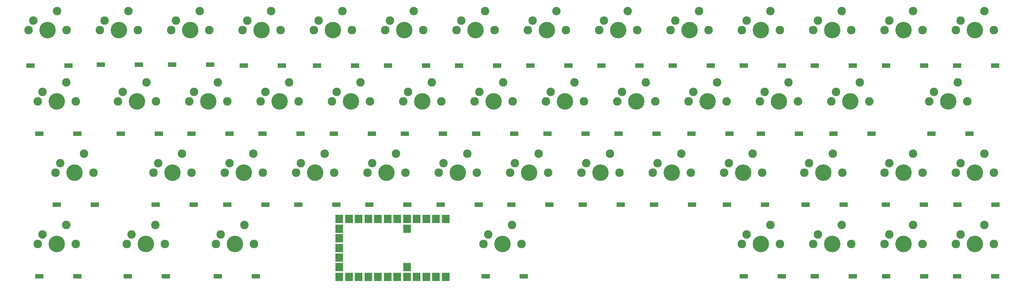
<source format=gts>
G04 ---------------------------- Layer name :TOP SOLDER LAYER*
G04 easyEDA 0.1*
G04 Scale: 100 percent, Rotated: No, Reflected: No *
G04 Dimensions in inches *
G04 leading zeros omitted , absolute positions ,2 integer and 4 * 
%FSLAX24Y24*%
%MOIN*%
G90*
G70D02*

%ADD12R,0.088900X0.050700*%
%ADD13R,0.079200X0.089400*%
%ADD14C,0.173000*%
%ADD16C,0.089000*%
%ADD18C,0.090000*%

%LPD*%
%LNVIA PAD TRACK COPPERAREA*%
G54D12*
G01X5937Y55120D03*
G01X1937Y55120D03*
G01X6881Y47954D03*
G01X2881Y47954D03*
G01X8693Y40474D03*
G01X4693Y40474D03*
G01X6881Y32954D03*
G01X2881Y32954D03*
G01X13346Y55198D03*
G01X9345Y55198D03*
G01X20827Y55199D03*
G01X16827Y55199D03*
G01X28377Y55120D03*
G01X24377Y55120D03*
G01X36054Y55120D03*
G01X32054Y55120D03*
G01X43536Y55120D03*
G01X39536Y55120D03*
G01X51016Y55120D03*
G01X47016Y55120D03*
G01X58496Y55120D03*
G01X54496Y55120D03*
G01X65976Y55120D03*
G01X61976Y55120D03*
G01X73457Y55120D03*
G01X69457Y55120D03*
G01X80936Y55120D03*
G01X76936Y55120D03*
G01X88418Y55120D03*
G01X84418Y55120D03*
G01X95898Y55120D03*
G01X91898Y55120D03*
G01X103378Y55120D03*
G01X99378Y55120D03*
G01X15425Y47954D03*
G01X11425Y47954D03*
G01X22865Y47954D03*
G01X18865Y47954D03*
G01X30347Y47954D03*
G01X26347Y47954D03*
G01X37827Y47954D03*
G01X33827Y47954D03*
G01X45307Y47954D03*
G01X41307Y47954D03*
G01X52788Y47954D03*
G01X48788Y47954D03*
G01X60307Y47954D03*
G01X56307Y47954D03*
G01X67786Y47954D03*
G01X63786Y47954D03*
G01X75425Y47954D03*
G01X71425Y47954D03*
G01X82748Y47954D03*
G01X78748Y47954D03*
G01X90385Y47954D03*
G01X86385Y47954D03*
G01X19087Y40474D03*
G01X15087Y40474D03*
G01X26646Y40474D03*
G01X22646Y40474D03*
G01X34087Y40474D03*
G01X30087Y40474D03*
G01X41566Y40474D03*
G01X37566Y40474D03*
G01X49086Y40474D03*
G01X45086Y40474D03*
G01X56489Y40474D03*
G01X52489Y40474D03*
G01X64007Y40474D03*
G01X60008Y40474D03*
G01X71488Y40474D03*
G01X67488Y40474D03*
G01X79166Y40474D03*
G01X75166Y40474D03*
G01X87433Y40474D03*
G01X83433Y40474D03*
G01X95858Y40474D03*
G01X91858Y40474D03*
G01X103417Y40474D03*
G01X99417Y40474D03*
G01X16173Y32954D03*
G01X12173Y32954D03*
G01X25622Y32954D03*
G01X21622Y32954D03*
G01X53811Y32954D03*
G01X49811Y32954D03*
G01X80936Y32954D03*
G01X76936Y32954D03*
G01X88417Y32954D03*
G01X84417Y32954D03*
G01X95898Y32954D03*
G01X91898Y32954D03*
G01X103378Y32954D03*
G01X99378Y32954D03*
G01X100660Y47954D03*
G01X96660Y47954D03*
G54D13*
G01X45590Y38978D03*
G01X44574Y38978D03*
G01X43558Y38978D03*
G01X42541Y38978D03*
G01X41526Y38978D03*
G01X40510Y38978D03*
G01X39494Y38978D03*
G01X38478Y38978D03*
G01X37462Y38978D03*
G01X36446Y38978D03*
G01X35429Y38978D03*
G01X34414Y38978D03*
G01X34414Y37962D03*
G01X34414Y36946D03*
G01X34414Y35929D03*
G01X34414Y34914D03*
G01X34414Y33898D03*
G01X34414Y32882D03*
G01X35429Y32882D03*
G01X36446Y32882D03*
G01X37462Y32882D03*
G01X38478Y32882D03*
G01X39494Y32882D03*
G01X40510Y32882D03*
G01X41526Y32882D03*
G01X42541Y32882D03*
G01X43558Y32882D03*
G01X44574Y32882D03*
G01X45590Y32882D03*
G01X41526Y33898D03*
G01X41526Y37962D03*
G54D14*
G01X3751Y58848D03*
G54D16*
G01X2251Y59848D03*
G01X4751Y60848D03*
G54D18*
G01X1751Y58848D03*
G01X5751Y58848D03*
G54D14*
G01X11251Y58848D03*
G54D16*
G01X9751Y59848D03*
G01X12251Y60848D03*
G54D18*
G01X9251Y58848D03*
G01X13251Y58848D03*
G54D14*
G01X18752Y58848D03*
G54D16*
G01X17252Y59848D03*
G01X19752Y60848D03*
G54D18*
G01X16752Y58848D03*
G01X20752Y58848D03*
G54D14*
G01X26252Y58848D03*
G54D16*
G01X24752Y59848D03*
G01X27252Y60848D03*
G54D18*
G01X24252Y58848D03*
G01X28252Y58848D03*
G54D14*
G01X33752Y58848D03*
G54D16*
G01X32252Y59848D03*
G01X34752Y60848D03*
G54D18*
G01X31752Y58848D03*
G01X35752Y58848D03*
G54D14*
G01X41252Y58848D03*
G54D16*
G01X39752Y59848D03*
G01X42252Y60848D03*
G54D18*
G01X39252Y58848D03*
G01X43252Y58848D03*
G54D14*
G01X48752Y58848D03*
G54D16*
G01X47252Y59848D03*
G01X49752Y60848D03*
G54D18*
G01X46752Y58848D03*
G01X50752Y58848D03*
G54D14*
G01X56252Y58848D03*
G54D16*
G01X54752Y59848D03*
G01X57252Y60848D03*
G54D18*
G01X54252Y58848D03*
G01X58252Y58848D03*
G54D14*
G01X63752Y58848D03*
G54D16*
G01X62252Y59848D03*
G01X64752Y60848D03*
G54D18*
G01X61752Y58848D03*
G01X65752Y58848D03*
G54D14*
G01X71252Y58848D03*
G54D16*
G01X69752Y59848D03*
G01X72252Y60848D03*
G54D18*
G01X69252Y58848D03*
G01X73252Y58848D03*
G54D14*
G01X78752Y58848D03*
G54D16*
G01X77252Y59848D03*
G01X79752Y60848D03*
G54D18*
G01X76752Y58848D03*
G01X80752Y58848D03*
G54D14*
G01X86252Y58848D03*
G54D16*
G01X84752Y59848D03*
G01X87252Y60848D03*
G54D18*
G01X84252Y58848D03*
G01X88252Y58848D03*
G54D14*
G01X93752Y58848D03*
G54D16*
G01X92252Y59848D03*
G01X94752Y60848D03*
G54D18*
G01X91752Y58848D03*
G01X95752Y58848D03*
G54D14*
G01X101252Y58848D03*
G54D16*
G01X99752Y59848D03*
G01X102252Y60848D03*
G54D18*
G01X99252Y58848D03*
G01X103252Y58848D03*
G54D14*
G01X4688Y51348D03*
G54D16*
G01X3188Y52348D03*
G01X5688Y53348D03*
G54D18*
G01X2688Y51348D03*
G01X6688Y51348D03*
G54D14*
G01X6563Y43848D03*
G54D16*
G01X5063Y44848D03*
G01X7563Y45848D03*
G54D18*
G01X4563Y43848D03*
G01X8563Y43848D03*
G54D14*
G01X4688Y36348D03*
G54D16*
G01X3188Y37348D03*
G01X5688Y38348D03*
G54D18*
G01X2688Y36348D03*
G01X6688Y36348D03*
G54D14*
G01X13126Y51348D03*
G54D16*
G01X11626Y52348D03*
G01X14126Y53348D03*
G54D18*
G01X11126Y51348D03*
G01X15126Y51348D03*
G54D14*
G01X20626Y51348D03*
G54D16*
G01X19126Y52348D03*
G01X21626Y53348D03*
G54D18*
G01X18626Y51348D03*
G01X22626Y51348D03*
G54D14*
G01X28126Y51348D03*
G54D16*
G01X26626Y52348D03*
G01X29126Y53348D03*
G54D18*
G01X26126Y51348D03*
G01X30126Y51348D03*
G54D14*
G01X35626Y51348D03*
G54D16*
G01X34126Y52348D03*
G01X36626Y53348D03*
G54D18*
G01X33626Y51348D03*
G01X37626Y51348D03*
G54D14*
G01X43126Y51348D03*
G54D16*
G01X41626Y52348D03*
G01X44126Y53348D03*
G54D18*
G01X41126Y51348D03*
G01X45126Y51348D03*
G54D14*
G01X50626Y51348D03*
G54D16*
G01X49126Y52348D03*
G01X51626Y53348D03*
G54D18*
G01X48626Y51348D03*
G01X52626Y51348D03*
G54D14*
G01X58126Y51348D03*
G54D16*
G01X56626Y52348D03*
G01X59126Y53348D03*
G54D18*
G01X56126Y51348D03*
G01X60126Y51348D03*
G54D14*
G01X65626Y51348D03*
G54D16*
G01X64126Y52348D03*
G01X66626Y53348D03*
G54D18*
G01X63626Y51348D03*
G01X67626Y51348D03*
G54D14*
G01X73126Y51348D03*
G54D16*
G01X71626Y52348D03*
G01X74126Y53348D03*
G54D18*
G01X71126Y51348D03*
G01X75126Y51348D03*
G54D14*
G01X80626Y51348D03*
G54D16*
G01X79126Y52348D03*
G01X81626Y53348D03*
G54D18*
G01X78626Y51348D03*
G01X82626Y51348D03*
G54D14*
G01X88126Y51348D03*
G54D16*
G01X86626Y52348D03*
G01X89126Y53348D03*
G54D18*
G01X86126Y51348D03*
G01X90126Y51348D03*
G54D14*
G01X98436Y51348D03*
G54D16*
G01X96936Y52348D03*
G01X99436Y53348D03*
G54D18*
G01X96436Y51348D03*
G01X100436Y51348D03*
G54D14*
G01X16874Y43848D03*
G54D16*
G01X15374Y44848D03*
G01X17874Y45848D03*
G54D18*
G01X14874Y43848D03*
G01X18874Y43848D03*
G54D14*
G01X24374Y43848D03*
G54D16*
G01X22874Y44848D03*
G01X25374Y45848D03*
G54D18*
G01X22374Y43848D03*
G01X26374Y43848D03*
G54D14*
G01X31874Y43848D03*
G54D16*
G01X30374Y44848D03*
G01X32874Y45848D03*
G54D18*
G01X29874Y43848D03*
G01X33874Y43848D03*
G54D14*
G01X39374Y43848D03*
G54D16*
G01X37874Y44848D03*
G01X40374Y45848D03*
G54D18*
G01X37374Y43848D03*
G01X41374Y43848D03*
G54D14*
G01X46874Y43848D03*
G54D16*
G01X45374Y44848D03*
G01X47874Y45848D03*
G54D18*
G01X44874Y43848D03*
G01X48874Y43848D03*
G54D14*
G01X54374Y43848D03*
G54D16*
G01X52874Y44848D03*
G01X55374Y45848D03*
G54D18*
G01X52374Y43848D03*
G01X56374Y43848D03*
G54D14*
G01X61874Y43848D03*
G54D16*
G01X60374Y44848D03*
G01X62874Y45848D03*
G54D18*
G01X59874Y43848D03*
G01X63874Y43848D03*
G54D14*
G01X69374Y43848D03*
G54D16*
G01X67874Y44848D03*
G01X70374Y45848D03*
G54D18*
G01X67374Y43848D03*
G01X71374Y43848D03*
G54D14*
G01X76874Y43848D03*
G54D16*
G01X75374Y44848D03*
G01X77874Y45848D03*
G54D18*
G01X74874Y43848D03*
G01X78874Y43848D03*
G54D14*
G01X85310Y43848D03*
G54D16*
G01X83810Y44848D03*
G01X86310Y45848D03*
G54D18*
G01X83310Y43848D03*
G01X87310Y43848D03*
G54D14*
G01X93752Y43848D03*
G54D16*
G01X92252Y44848D03*
G01X94752Y45848D03*
G54D18*
G01X91752Y43848D03*
G01X95752Y43848D03*
G54D14*
G01X101252Y43848D03*
G54D16*
G01X99752Y44848D03*
G01X102252Y45848D03*
G54D18*
G01X99252Y43848D03*
G01X103252Y43848D03*
G54D14*
G01X14063Y36348D03*
G54D16*
G01X12563Y37348D03*
G01X15063Y38348D03*
G54D18*
G01X12063Y36348D03*
G01X16063Y36348D03*
G54D14*
G01X23437Y36348D03*
G54D16*
G01X21937Y37348D03*
G01X24437Y38348D03*
G54D18*
G01X21437Y36348D03*
G01X25437Y36348D03*
G54D14*
G01X51563Y36348D03*
G54D16*
G01X50063Y37348D03*
G01X52563Y38348D03*
G54D18*
G01X49563Y36348D03*
G01X53563Y36348D03*
G54D14*
G01X78752Y36348D03*
G54D16*
G01X77252Y37348D03*
G01X79752Y38348D03*
G54D18*
G01X76752Y36348D03*
G01X80752Y36348D03*
G54D14*
G01X86252Y36348D03*
G54D16*
G01X84752Y37348D03*
G01X87252Y38348D03*
G54D18*
G01X84252Y36348D03*
G01X88252Y36348D03*
G54D14*
G01X93752Y36348D03*
G54D16*
G01X92252Y37348D03*
G01X94752Y38348D03*
G54D18*
G01X91752Y36348D03*
G01X95752Y36348D03*
G54D14*
G01X101252Y36348D03*
G54D16*
G01X99752Y37348D03*
G01X102252Y38348D03*
G54D18*
G01X99252Y36348D03*
G01X103252Y36348D03*

M00*
M02*
</source>
